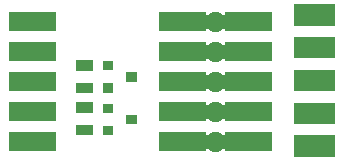
<source format=gts>
G04 #@! TF.GenerationSoftware,KiCad,Pcbnew,5.0.2-bee76a0~70~ubuntu16.04.1*
G04 #@! TF.CreationDate,2019-12-01T17:21:16-08:00*
G04 #@! TF.ProjectId,db9,6462392e-6b69-4636-9164-5f7063625858,1.0*
G04 #@! TF.SameCoordinates,PX8847b20PY3a2c940*
G04 #@! TF.FileFunction,Soldermask,Top*
G04 #@! TF.FilePolarity,Negative*
%FSLAX46Y46*%
G04 Gerber Fmt 4.6, Leading zero omitted, Abs format (unit mm)*
G04 Created by KiCad (PCBNEW 5.0.2-bee76a0~70~ubuntu16.04.1) date Sun 01 Dec 2019 05:21:16 PM PST*
%MOMM*%
%LPD*%
G01*
G04 APERTURE LIST*
%ADD10C,0.100000*%
G04 APERTURE END LIST*
D10*
G36*
X27850000Y-13440000D02*
X24350000Y-13440000D01*
X24350000Y-11640000D01*
X27850000Y-11640000D01*
X27850000Y-13440000D01*
X27850000Y-13440000D01*
G37*
G36*
X17947934Y-11382664D02*
X18102627Y-11446740D01*
X18241847Y-11539764D01*
X18286612Y-11584529D01*
X18305554Y-11600075D01*
X18327165Y-11611626D01*
X18350614Y-11618739D01*
X18375000Y-11621141D01*
X18399386Y-11618739D01*
X18422835Y-11611626D01*
X18444446Y-11600075D01*
X18463388Y-11584529D01*
X18478934Y-11565587D01*
X18490485Y-11543976D01*
X18497598Y-11520527D01*
X18500000Y-11496141D01*
X18500000Y-11400000D01*
X22500000Y-11400000D01*
X22500000Y-13000000D01*
X18500000Y-13000000D01*
X18500000Y-12903859D01*
X18497598Y-12879473D01*
X18490485Y-12856024D01*
X18478934Y-12834413D01*
X18463388Y-12815471D01*
X18444446Y-12799925D01*
X18422835Y-12788374D01*
X18399386Y-12781261D01*
X18375000Y-12778859D01*
X18350614Y-12781261D01*
X18327165Y-12788374D01*
X18305554Y-12799925D01*
X18286612Y-12815471D01*
X18241847Y-12860236D01*
X18102627Y-12953260D01*
X17947934Y-13017336D01*
X17783719Y-13050000D01*
X17616281Y-13050000D01*
X17452066Y-13017336D01*
X17297373Y-12953260D01*
X17158153Y-12860236D01*
X17113388Y-12815471D01*
X17094446Y-12799925D01*
X17072835Y-12788374D01*
X17049386Y-12781261D01*
X17025000Y-12778859D01*
X17000614Y-12781261D01*
X16977165Y-12788374D01*
X16955554Y-12799925D01*
X16936612Y-12815471D01*
X16921066Y-12834413D01*
X16909515Y-12856024D01*
X16902402Y-12879473D01*
X16900000Y-12903859D01*
X16900000Y-13000000D01*
X12900000Y-13000000D01*
X12900000Y-11400000D01*
X16900000Y-11400000D01*
X16900000Y-11496141D01*
X16902402Y-11520527D01*
X16909515Y-11543976D01*
X16921066Y-11565587D01*
X16936612Y-11584529D01*
X16955554Y-11600075D01*
X16977165Y-11611626D01*
X17000614Y-11618739D01*
X17025000Y-11621141D01*
X17049386Y-11618739D01*
X17072835Y-11611626D01*
X17094446Y-11600075D01*
X17113388Y-11584529D01*
X17158153Y-11539764D01*
X17297373Y-11446740D01*
X17452066Y-11382664D01*
X17616281Y-11350000D01*
X17783719Y-11350000D01*
X17947934Y-11382664D01*
X17947934Y-11382664D01*
G37*
G36*
X4200000Y-13000000D02*
X200000Y-13000000D01*
X200000Y-11400000D01*
X4200000Y-11400000D01*
X4200000Y-13000000D01*
X4200000Y-13000000D01*
G37*
G36*
X9050000Y-11650000D02*
X8150000Y-11650000D01*
X8150000Y-10850000D01*
X9050000Y-10850000D01*
X9050000Y-11650000D01*
X9050000Y-11650000D01*
G37*
G36*
X7298500Y-11644500D02*
X5901500Y-11644500D01*
X5901500Y-10755500D01*
X7298500Y-10755500D01*
X7298500Y-11644500D01*
X7298500Y-11644500D01*
G37*
G36*
X11050000Y-10700000D02*
X10150000Y-10700000D01*
X10150000Y-9900000D01*
X11050000Y-9900000D01*
X11050000Y-10700000D01*
X11050000Y-10700000D01*
G37*
G36*
X27850000Y-10670000D02*
X24350000Y-10670000D01*
X24350000Y-8870000D01*
X27850000Y-8870000D01*
X27850000Y-10670000D01*
X27850000Y-10670000D01*
G37*
G36*
X17947934Y-8842664D02*
X18102627Y-8906740D01*
X18241847Y-8999764D01*
X18286612Y-9044529D01*
X18305554Y-9060075D01*
X18327165Y-9071626D01*
X18350614Y-9078739D01*
X18375000Y-9081141D01*
X18399386Y-9078739D01*
X18422835Y-9071626D01*
X18444446Y-9060075D01*
X18463388Y-9044529D01*
X18478934Y-9025587D01*
X18490485Y-9003976D01*
X18497598Y-8980527D01*
X18500000Y-8956141D01*
X18500000Y-8860000D01*
X22500000Y-8860000D01*
X22500000Y-10460000D01*
X18500000Y-10460000D01*
X18500000Y-10363859D01*
X18497598Y-10339473D01*
X18490485Y-10316024D01*
X18478934Y-10294413D01*
X18463388Y-10275471D01*
X18444446Y-10259925D01*
X18422835Y-10248374D01*
X18399386Y-10241261D01*
X18375000Y-10238859D01*
X18350614Y-10241261D01*
X18327165Y-10248374D01*
X18305554Y-10259925D01*
X18286612Y-10275471D01*
X18241847Y-10320236D01*
X18102627Y-10413260D01*
X17947934Y-10477336D01*
X17783719Y-10510000D01*
X17616281Y-10510000D01*
X17452066Y-10477336D01*
X17297373Y-10413260D01*
X17158153Y-10320236D01*
X17113388Y-10275471D01*
X17094446Y-10259925D01*
X17072835Y-10248374D01*
X17049386Y-10241261D01*
X17025000Y-10238859D01*
X17000614Y-10241261D01*
X16977165Y-10248374D01*
X16955554Y-10259925D01*
X16936612Y-10275471D01*
X16921066Y-10294413D01*
X16909515Y-10316024D01*
X16902402Y-10339473D01*
X16900000Y-10363859D01*
X16900000Y-10460000D01*
X12900000Y-10460000D01*
X12900000Y-8860000D01*
X16900000Y-8860000D01*
X16900000Y-8956141D01*
X16902402Y-8980527D01*
X16909515Y-9003976D01*
X16921066Y-9025587D01*
X16936612Y-9044529D01*
X16955554Y-9060075D01*
X16977165Y-9071626D01*
X17000614Y-9078739D01*
X17025000Y-9081141D01*
X17049386Y-9078739D01*
X17072835Y-9071626D01*
X17094446Y-9060075D01*
X17113388Y-9044529D01*
X17158153Y-8999764D01*
X17297373Y-8906740D01*
X17452066Y-8842664D01*
X17616281Y-8810000D01*
X17783719Y-8810000D01*
X17947934Y-8842664D01*
X17947934Y-8842664D01*
G37*
G36*
X4200000Y-10460000D02*
X200000Y-10460000D01*
X200000Y-8860000D01*
X4200000Y-8860000D01*
X4200000Y-10460000D01*
X4200000Y-10460000D01*
G37*
G36*
X9050000Y-9750000D02*
X8150000Y-9750000D01*
X8150000Y-8950000D01*
X9050000Y-8950000D01*
X9050000Y-9750000D01*
X9050000Y-9750000D01*
G37*
G36*
X7298500Y-9739500D02*
X5901500Y-9739500D01*
X5901500Y-8850500D01*
X7298500Y-8850500D01*
X7298500Y-9739500D01*
X7298500Y-9739500D01*
G37*
G36*
X7298500Y-8097000D02*
X5901500Y-8097000D01*
X5901500Y-7208000D01*
X7298500Y-7208000D01*
X7298500Y-8097000D01*
X7298500Y-8097000D01*
G37*
G36*
X9050000Y-8050000D02*
X8150000Y-8050000D01*
X8150000Y-7250000D01*
X9050000Y-7250000D01*
X9050000Y-8050000D01*
X9050000Y-8050000D01*
G37*
G36*
X17947934Y-6302664D02*
X18102627Y-6366740D01*
X18241847Y-6459764D01*
X18286612Y-6504529D01*
X18305554Y-6520075D01*
X18327165Y-6531626D01*
X18350614Y-6538739D01*
X18375000Y-6541141D01*
X18399386Y-6538739D01*
X18422835Y-6531626D01*
X18444446Y-6520075D01*
X18463388Y-6504529D01*
X18478934Y-6485587D01*
X18490485Y-6463976D01*
X18497598Y-6440527D01*
X18500000Y-6416141D01*
X18500000Y-6320000D01*
X22500000Y-6320000D01*
X22500000Y-7920000D01*
X18500000Y-7920000D01*
X18500000Y-7823859D01*
X18497598Y-7799473D01*
X18490485Y-7776024D01*
X18478934Y-7754413D01*
X18463388Y-7735471D01*
X18444446Y-7719925D01*
X18422835Y-7708374D01*
X18399386Y-7701261D01*
X18375000Y-7698859D01*
X18350614Y-7701261D01*
X18327165Y-7708374D01*
X18305554Y-7719925D01*
X18286612Y-7735471D01*
X18241847Y-7780236D01*
X18102627Y-7873260D01*
X17947934Y-7937336D01*
X17783719Y-7970000D01*
X17616281Y-7970000D01*
X17452066Y-7937336D01*
X17297373Y-7873260D01*
X17158153Y-7780236D01*
X17113388Y-7735471D01*
X17094446Y-7719925D01*
X17072835Y-7708374D01*
X17049386Y-7701261D01*
X17025000Y-7698859D01*
X17000614Y-7701261D01*
X16977165Y-7708374D01*
X16955554Y-7719925D01*
X16936612Y-7735471D01*
X16921066Y-7754413D01*
X16909515Y-7776024D01*
X16902402Y-7799473D01*
X16900000Y-7823859D01*
X16900000Y-7920000D01*
X12900000Y-7920000D01*
X12900000Y-6320000D01*
X16900000Y-6320000D01*
X16900000Y-6416141D01*
X16902402Y-6440527D01*
X16909515Y-6463976D01*
X16921066Y-6485587D01*
X16936612Y-6504529D01*
X16955554Y-6520075D01*
X16977165Y-6531626D01*
X17000614Y-6538739D01*
X17025000Y-6541141D01*
X17049386Y-6538739D01*
X17072835Y-6531626D01*
X17094446Y-6520075D01*
X17113388Y-6504529D01*
X17158153Y-6459764D01*
X17297373Y-6366740D01*
X17452066Y-6302664D01*
X17616281Y-6270000D01*
X17783719Y-6270000D01*
X17947934Y-6302664D01*
X17947934Y-6302664D01*
G37*
G36*
X4200000Y-7920000D02*
X200000Y-7920000D01*
X200000Y-6320000D01*
X4200000Y-6320000D01*
X4200000Y-7920000D01*
X4200000Y-7920000D01*
G37*
G36*
X27850000Y-7900000D02*
X24350000Y-7900000D01*
X24350000Y-6100000D01*
X27850000Y-6100000D01*
X27850000Y-7900000D01*
X27850000Y-7900000D01*
G37*
G36*
X11050000Y-7100000D02*
X10150000Y-7100000D01*
X10150000Y-6300000D01*
X11050000Y-6300000D01*
X11050000Y-7100000D01*
X11050000Y-7100000D01*
G37*
G36*
X7298500Y-6192000D02*
X5901500Y-6192000D01*
X5901500Y-5303000D01*
X7298500Y-5303000D01*
X7298500Y-6192000D01*
X7298500Y-6192000D01*
G37*
G36*
X9050000Y-6150000D02*
X8150000Y-6150000D01*
X8150000Y-5350000D01*
X9050000Y-5350000D01*
X9050000Y-6150000D01*
X9050000Y-6150000D01*
G37*
G36*
X17947934Y-3762664D02*
X18102627Y-3826740D01*
X18241847Y-3919764D01*
X18286612Y-3964529D01*
X18305554Y-3980075D01*
X18327165Y-3991626D01*
X18350614Y-3998739D01*
X18375000Y-4001141D01*
X18399386Y-3998739D01*
X18422835Y-3991626D01*
X18444446Y-3980075D01*
X18463388Y-3964529D01*
X18478934Y-3945587D01*
X18490485Y-3923976D01*
X18497598Y-3900527D01*
X18500000Y-3876141D01*
X18500000Y-3780000D01*
X22500000Y-3780000D01*
X22500000Y-5380000D01*
X18500000Y-5380000D01*
X18500000Y-5283859D01*
X18497598Y-5259473D01*
X18490485Y-5236024D01*
X18478934Y-5214413D01*
X18463388Y-5195471D01*
X18444446Y-5179925D01*
X18422835Y-5168374D01*
X18399386Y-5161261D01*
X18375000Y-5158859D01*
X18350614Y-5161261D01*
X18327165Y-5168374D01*
X18305554Y-5179925D01*
X18286612Y-5195471D01*
X18241847Y-5240236D01*
X18102627Y-5333260D01*
X17947934Y-5397336D01*
X17783719Y-5430000D01*
X17616281Y-5430000D01*
X17452066Y-5397336D01*
X17297373Y-5333260D01*
X17158153Y-5240236D01*
X17113388Y-5195471D01*
X17094446Y-5179925D01*
X17072835Y-5168374D01*
X17049386Y-5161261D01*
X17025000Y-5158859D01*
X17000614Y-5161261D01*
X16977165Y-5168374D01*
X16955554Y-5179925D01*
X16936612Y-5195471D01*
X16921066Y-5214413D01*
X16909515Y-5236024D01*
X16902402Y-5259473D01*
X16900000Y-5283859D01*
X16900000Y-5380000D01*
X12900000Y-5380000D01*
X12900000Y-3780000D01*
X16900000Y-3780000D01*
X16900000Y-3876141D01*
X16902402Y-3900527D01*
X16909515Y-3923976D01*
X16921066Y-3945587D01*
X16936612Y-3964529D01*
X16955554Y-3980075D01*
X16977165Y-3991626D01*
X17000614Y-3998739D01*
X17025000Y-4001141D01*
X17049386Y-3998739D01*
X17072835Y-3991626D01*
X17094446Y-3980075D01*
X17113388Y-3964529D01*
X17158153Y-3919764D01*
X17297373Y-3826740D01*
X17452066Y-3762664D01*
X17616281Y-3730000D01*
X17783719Y-3730000D01*
X17947934Y-3762664D01*
X17947934Y-3762664D01*
G37*
G36*
X4200000Y-5380000D02*
X200000Y-5380000D01*
X200000Y-3780000D01*
X4200000Y-3780000D01*
X4200000Y-5380000D01*
X4200000Y-5380000D01*
G37*
G36*
X27850000Y-5130000D02*
X24350000Y-5130000D01*
X24350000Y-3330000D01*
X27850000Y-3330000D01*
X27850000Y-5130000D01*
X27850000Y-5130000D01*
G37*
G36*
X17947934Y-1222664D02*
X18102627Y-1286740D01*
X18241847Y-1379764D01*
X18286612Y-1424529D01*
X18305554Y-1440075D01*
X18327165Y-1451626D01*
X18350614Y-1458739D01*
X18375000Y-1461141D01*
X18399386Y-1458739D01*
X18422835Y-1451626D01*
X18444446Y-1440075D01*
X18463388Y-1424529D01*
X18478934Y-1405587D01*
X18490485Y-1383976D01*
X18497598Y-1360527D01*
X18500000Y-1336141D01*
X18500000Y-1240000D01*
X22500000Y-1240000D01*
X22500000Y-2840000D01*
X18500000Y-2840000D01*
X18500000Y-2743859D01*
X18497598Y-2719473D01*
X18490485Y-2696024D01*
X18478934Y-2674413D01*
X18463388Y-2655471D01*
X18444446Y-2639925D01*
X18422835Y-2628374D01*
X18399386Y-2621261D01*
X18375000Y-2618859D01*
X18350614Y-2621261D01*
X18327165Y-2628374D01*
X18305554Y-2639925D01*
X18286612Y-2655471D01*
X18241847Y-2700236D01*
X18102627Y-2793260D01*
X17947934Y-2857336D01*
X17783719Y-2890000D01*
X17616281Y-2890000D01*
X17452066Y-2857336D01*
X17297373Y-2793260D01*
X17158153Y-2700236D01*
X17113388Y-2655471D01*
X17094446Y-2639925D01*
X17072835Y-2628374D01*
X17049386Y-2621261D01*
X17025000Y-2618859D01*
X17000614Y-2621261D01*
X16977165Y-2628374D01*
X16955554Y-2639925D01*
X16936612Y-2655471D01*
X16921066Y-2674413D01*
X16909515Y-2696024D01*
X16902402Y-2719473D01*
X16900000Y-2743859D01*
X16900000Y-2840000D01*
X12900000Y-2840000D01*
X12900000Y-1240000D01*
X16900000Y-1240000D01*
X16900000Y-1336141D01*
X16902402Y-1360527D01*
X16909515Y-1383976D01*
X16921066Y-1405587D01*
X16936612Y-1424529D01*
X16955554Y-1440075D01*
X16977165Y-1451626D01*
X17000614Y-1458739D01*
X17025000Y-1461141D01*
X17049386Y-1458739D01*
X17072835Y-1451626D01*
X17094446Y-1440075D01*
X17113388Y-1424529D01*
X17158153Y-1379764D01*
X17297373Y-1286740D01*
X17452066Y-1222664D01*
X17616281Y-1190000D01*
X17783719Y-1190000D01*
X17947934Y-1222664D01*
X17947934Y-1222664D01*
G37*
G36*
X4200000Y-2840000D02*
X200000Y-2840000D01*
X200000Y-1240000D01*
X4200000Y-1240000D01*
X4200000Y-2840000D01*
X4200000Y-2840000D01*
G37*
G36*
X27850000Y-2360000D02*
X24350000Y-2360000D01*
X24350000Y-560000D01*
X27850000Y-560000D01*
X27850000Y-2360000D01*
X27850000Y-2360000D01*
G37*
M02*

</source>
